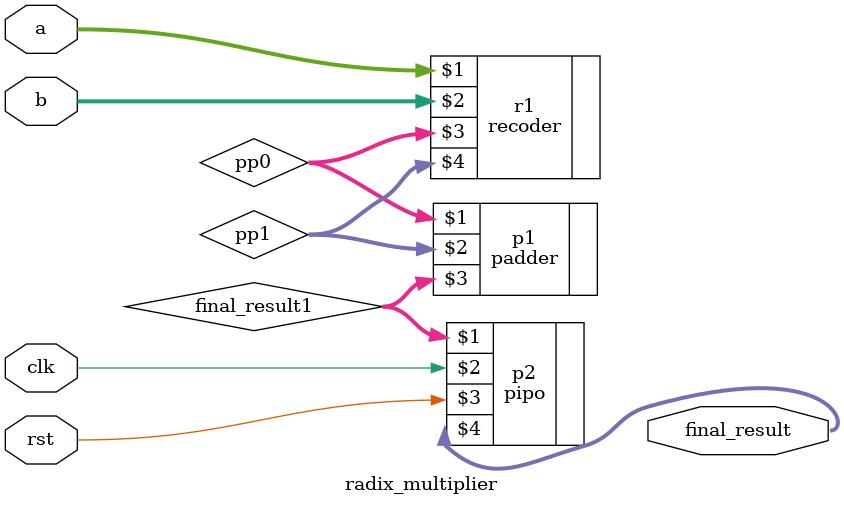
<source format=v>
`timescale 1ns / 1ps
module radix_multiplier(a,b,clk,rst,final_result);
input [3:0]a,b;
input clk,rst;
output [7:0]final_result;
wire [5:0]pp0,pp1;
wire [7:0]final_result1;

recoder r1(a,b,pp0,pp1);
padder p1(pp0,pp1,final_result1);
pipo p2(final_result1,clk,rst,final_result);
endmodule

</source>
